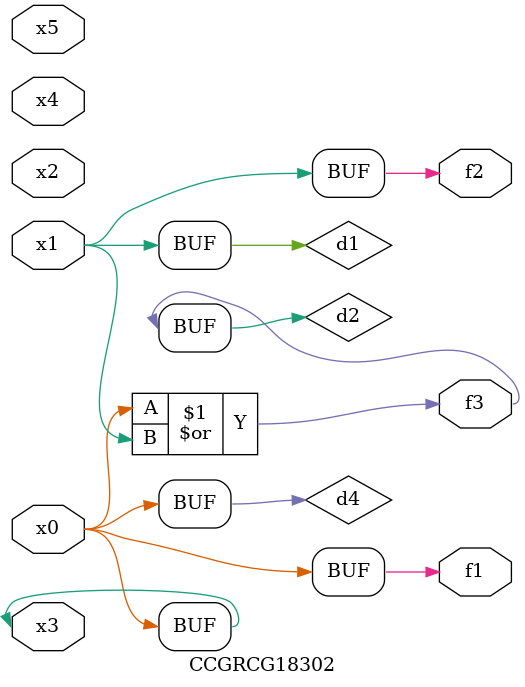
<source format=v>
module CCGRCG18302(
	input x0, x1, x2, x3, x4, x5,
	output f1, f2, f3
);

	wire d1, d2, d3, d4;

	and (d1, x1);
	or (d2, x0, x1);
	nand (d3, x0, x5);
	buf (d4, x0, x3);
	assign f1 = d4;
	assign f2 = d1;
	assign f3 = d2;
endmodule

</source>
